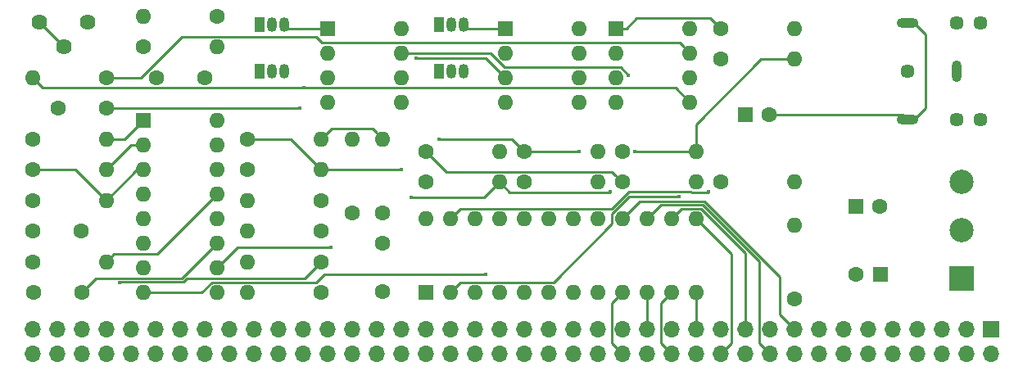
<source format=gbr>
G04 #@! TF.GenerationSoftware,KiCad,Pcbnew,(5.1.0-0)*
G04 #@! TF.CreationDate,2020-05-13T21:38:30-07:00*
G04 #@! TF.ProjectId,SoundCard,536f756e-6443-4617-9264-2e6b69636164,rev?*
G04 #@! TF.SameCoordinates,Original*
G04 #@! TF.FileFunction,Copper,L1,Top*
G04 #@! TF.FilePolarity,Positive*
%FSLAX46Y46*%
G04 Gerber Fmt 4.6, Leading zero omitted, Abs format (unit mm)*
G04 Created by KiCad (PCBNEW (5.1.0-0)) date 2020-05-13 21:38:30*
%MOMM*%
%LPD*%
G04 APERTURE LIST*
%ADD10C,1.450000*%
%ADD11O,2.250000X1.000000*%
%ADD12O,1.000000X2.250000*%
%ADD13O,1.700000X1.700000*%
%ADD14R,1.700000X1.700000*%
%ADD15O,1.600000X1.600000*%
%ADD16R,1.600000X1.600000*%
%ADD17C,1.620000*%
%ADD18C,1.600000*%
%ADD19R,1.050000X1.500000*%
%ADD20O,1.050000X1.500000*%
%ADD21C,2.500000*%
%ADD22R,2.500000X2.500000*%
%ADD23C,0.450000*%
%ADD24C,0.254000*%
G04 APERTURE END LIST*
D10*
X162750000Y-101680000D03*
X162750000Y-111680000D03*
X160250000Y-101680000D03*
X160250000Y-111680000D03*
X155250000Y-106680000D03*
D11*
X155250000Y-111680000D03*
X155250000Y-101680000D03*
D12*
X160250000Y-106680000D03*
D13*
X64770000Y-135890000D03*
X64770000Y-133350000D03*
X67310000Y-135890000D03*
X67310000Y-133350000D03*
X69850000Y-135890000D03*
X69850000Y-133350000D03*
X72390000Y-135890000D03*
X72390000Y-133350000D03*
X74930000Y-135890000D03*
X74930000Y-133350000D03*
X77470000Y-135890000D03*
X77470000Y-133350000D03*
X80010000Y-135890000D03*
X80010000Y-133350000D03*
X82550000Y-135890000D03*
X82550000Y-133350000D03*
X85090000Y-135890000D03*
X85090000Y-133350000D03*
X87630000Y-135890000D03*
X87630000Y-133350000D03*
X90170000Y-135890000D03*
X90170000Y-133350000D03*
X92710000Y-135890000D03*
X92710000Y-133350000D03*
X95250000Y-135890000D03*
X95250000Y-133350000D03*
X97790000Y-135890000D03*
X97790000Y-133350000D03*
X100330000Y-135890000D03*
X100330000Y-133350000D03*
X102870000Y-135890000D03*
X102870000Y-133350000D03*
X105410000Y-135890000D03*
X105410000Y-133350000D03*
X107950000Y-135890000D03*
X107950000Y-133350000D03*
X110490000Y-135890000D03*
X110490000Y-133350000D03*
X113030000Y-135890000D03*
X113030000Y-133350000D03*
X115570000Y-135890000D03*
X115570000Y-133350000D03*
X118110000Y-135890000D03*
X118110000Y-133350000D03*
X120650000Y-135890000D03*
X120650000Y-133350000D03*
X123190000Y-135890000D03*
X123190000Y-133350000D03*
X125730000Y-135890000D03*
X125730000Y-133350000D03*
X128270000Y-135890000D03*
X128270000Y-133350000D03*
X130810000Y-135890000D03*
X130810000Y-133350000D03*
X133350000Y-135890000D03*
X133350000Y-133350000D03*
X135890000Y-135890000D03*
X135890000Y-133350000D03*
X138430000Y-135890000D03*
X138430000Y-133350000D03*
X140970000Y-135890000D03*
X140970000Y-133350000D03*
X143510000Y-135890000D03*
X143510000Y-133350000D03*
X146050000Y-135890000D03*
X146050000Y-133350000D03*
X148590000Y-135890000D03*
X148590000Y-133350000D03*
X151130000Y-135890000D03*
X151130000Y-133350000D03*
X153670000Y-135890000D03*
X153670000Y-133350000D03*
X156210000Y-135890000D03*
X156210000Y-133350000D03*
X158750000Y-135890000D03*
X158750000Y-133350000D03*
X161290000Y-135890000D03*
X161290000Y-133350000D03*
X163830000Y-135890000D03*
D14*
X163830000Y-133350000D03*
D15*
X121285000Y-102235000D03*
X113665000Y-109855000D03*
X121285000Y-104775000D03*
X113665000Y-107315000D03*
X121285000Y-107315000D03*
X113665000Y-104775000D03*
X121285000Y-109855000D03*
D16*
X113665000Y-102235000D03*
D15*
X102870000Y-102235000D03*
X95250000Y-109855000D03*
X102870000Y-104775000D03*
X95250000Y-107315000D03*
X102870000Y-107315000D03*
X95250000Y-104775000D03*
X102870000Y-109855000D03*
D16*
X95250000Y-102235000D03*
X76200000Y-111760000D03*
D15*
X83820000Y-129540000D03*
X76200000Y-114300000D03*
X83820000Y-127000000D03*
X76200000Y-116840000D03*
X83820000Y-124460000D03*
X76200000Y-119380000D03*
X83820000Y-121920000D03*
X76200000Y-121920000D03*
X83820000Y-119380000D03*
X76200000Y-124460000D03*
X83820000Y-116840000D03*
X76200000Y-127000000D03*
X83820000Y-114300000D03*
X76200000Y-129540000D03*
X83820000Y-111760000D03*
X105410000Y-121920000D03*
X133350000Y-129540000D03*
X107950000Y-121920000D03*
X130810000Y-129540000D03*
X110490000Y-121920000D03*
X128270000Y-129540000D03*
X113030000Y-121920000D03*
X125730000Y-129540000D03*
X115570000Y-121920000D03*
X123190000Y-129540000D03*
X118110000Y-121920000D03*
X120650000Y-129540000D03*
X120650000Y-121920000D03*
X118110000Y-129540000D03*
X123190000Y-121920000D03*
X115570000Y-129540000D03*
X125730000Y-121920000D03*
X113030000Y-129540000D03*
X128270000Y-121920000D03*
X110490000Y-129540000D03*
X130810000Y-121920000D03*
X107950000Y-129540000D03*
X133350000Y-121920000D03*
D16*
X105410000Y-129540000D03*
D15*
X132715000Y-102235000D03*
X125095000Y-109855000D03*
X132715000Y-104775000D03*
X125095000Y-107315000D03*
X132715000Y-107315000D03*
X125095000Y-104775000D03*
X132715000Y-109855000D03*
D16*
X125095000Y-102235000D03*
D17*
X70485000Y-101600000D03*
X67985000Y-104100000D03*
X65485000Y-101600000D03*
D15*
X123190000Y-118110000D03*
D18*
X115570000Y-118110000D03*
D15*
X113030000Y-114935000D03*
D18*
X105410000Y-114935000D03*
D15*
X113030000Y-118110000D03*
D18*
X105410000Y-118110000D03*
D15*
X123190000Y-114935000D03*
D18*
X115570000Y-114935000D03*
D15*
X94615000Y-116840000D03*
D18*
X86995000Y-116840000D03*
D15*
X97790000Y-113665000D03*
D18*
X97790000Y-121285000D03*
D15*
X100965000Y-113665000D03*
D18*
X100965000Y-121285000D03*
D15*
X94615000Y-113665000D03*
D18*
X86995000Y-113665000D03*
D15*
X72390000Y-120015000D03*
D18*
X64770000Y-120015000D03*
D15*
X83820000Y-104140000D03*
D18*
X76200000Y-104140000D03*
D15*
X72390000Y-116840000D03*
D18*
X64770000Y-116840000D03*
D15*
X72390000Y-113665000D03*
D18*
X64770000Y-113665000D03*
D15*
X72390000Y-126365000D03*
D18*
X64770000Y-126365000D03*
D15*
X76200000Y-100965000D03*
D18*
X83820000Y-100965000D03*
D15*
X86995000Y-123190000D03*
D18*
X94615000Y-123190000D03*
D15*
X86995000Y-129540000D03*
D18*
X94615000Y-129540000D03*
D15*
X86995000Y-126365000D03*
D18*
X94615000Y-126365000D03*
D15*
X64770000Y-107315000D03*
D18*
X72390000Y-107315000D03*
D15*
X86995000Y-120015000D03*
D18*
X94615000Y-120015000D03*
D15*
X143510000Y-118110000D03*
D18*
X135890000Y-118110000D03*
D15*
X143510000Y-122555000D03*
D18*
X143510000Y-130175000D03*
D15*
X143510000Y-102235000D03*
D18*
X135890000Y-102235000D03*
D15*
X143510000Y-105410000D03*
D18*
X135890000Y-105410000D03*
D15*
X133350000Y-118110000D03*
D18*
X125730000Y-118110000D03*
D15*
X133350000Y-114935000D03*
D18*
X125730000Y-114935000D03*
D19*
X106807000Y-106680000D03*
D20*
X109347000Y-106680000D03*
X108077000Y-106680000D03*
D19*
X106807000Y-101854000D03*
D20*
X109347000Y-101854000D03*
X108077000Y-101854000D03*
D19*
X88265000Y-106680000D03*
D20*
X90805000Y-106680000D03*
X89535000Y-106680000D03*
D19*
X88265000Y-101854000D03*
D20*
X90805000Y-101854000D03*
X89535000Y-101854000D03*
D18*
X69770000Y-123190000D03*
X64770000Y-123190000D03*
X82550000Y-107315000D03*
X77550000Y-107315000D03*
X64850000Y-129540000D03*
X69850000Y-129540000D03*
X67390000Y-110490000D03*
X72390000Y-110490000D03*
X100965000Y-129460000D03*
X100965000Y-124460000D03*
D16*
X138430000Y-111125000D03*
D18*
X140930000Y-111125000D03*
D21*
X160782000Y-118110000D03*
X160782000Y-123110000D03*
D22*
X160782000Y-128110000D03*
D16*
X149860000Y-120650000D03*
D18*
X152360000Y-120650000D03*
D16*
X152400000Y-127635000D03*
D18*
X149900000Y-127635000D03*
D23*
X127000000Y-114935000D03*
X95631000Y-124841000D03*
X102870000Y-116840000D03*
X103907205Y-119739795D03*
X111633000Y-127635000D03*
X124460000Y-119126000D03*
X106807000Y-113665000D03*
X121285000Y-114935000D03*
X126365000Y-107061000D03*
X134620000Y-119126000D03*
X92837000Y-108331000D03*
X131562979Y-119624979D03*
X104394000Y-105283000D03*
X92358000Y-110490000D03*
X73787000Y-128533001D03*
D24*
X133350000Y-114935000D02*
X127000000Y-114935000D01*
X143510000Y-105410000D02*
X140081000Y-105410000D01*
X133350000Y-112141000D02*
X133350000Y-114935000D01*
X140081000Y-105410000D02*
X133350000Y-112141000D01*
X100165001Y-112865001D02*
X100965000Y-113665000D01*
X99910999Y-112610999D02*
X100165001Y-112865001D01*
X95669001Y-112610999D02*
X99910999Y-112610999D01*
X94615000Y-113665000D02*
X95669001Y-112610999D01*
X85979000Y-124841000D02*
X83820000Y-127000000D01*
X95631000Y-124841000D02*
X85979000Y-124841000D01*
X91186000Y-102235000D02*
X90805000Y-101854000D01*
X95250000Y-102235000D02*
X91186000Y-102235000D01*
X91440000Y-113665000D02*
X94615000Y-116840000D01*
X86995000Y-113665000D02*
X91440000Y-113665000D01*
X94615000Y-116840000D02*
X102870000Y-116840000D01*
X82260078Y-129540000D02*
X83314079Y-128485999D01*
X83314079Y-128485999D02*
X94109079Y-128485999D01*
X76200000Y-129540000D02*
X82260078Y-129540000D01*
X94109079Y-128485999D02*
X94960078Y-127635000D01*
X111400205Y-119739795D02*
X113030000Y-118110000D01*
X103907205Y-119739795D02*
X111400205Y-119739795D01*
X94960078Y-127635000D02*
X111633000Y-127635000D01*
X124421999Y-119164001D02*
X124460000Y-119126000D01*
X114084001Y-119164001D02*
X124421999Y-119164001D01*
X113030000Y-118110000D02*
X114084001Y-119164001D01*
X109728000Y-102235000D02*
X109347000Y-101854000D01*
X113665000Y-102235000D02*
X109728000Y-102235000D01*
X114300000Y-113665000D02*
X115570000Y-114935000D01*
X106807000Y-113665000D02*
X114300000Y-113665000D01*
X115570000Y-114935000D02*
X121285000Y-114935000D01*
X125564999Y-106260999D02*
X126365000Y-107061000D01*
X113591077Y-106260999D02*
X125564999Y-106260999D01*
X112105078Y-104775000D02*
X113591077Y-106260999D01*
X102870000Y-104775000D02*
X112105078Y-104775000D01*
X124930001Y-117310001D02*
X125730000Y-118110000D01*
X107530999Y-117055999D02*
X124675999Y-117055999D01*
X124675999Y-117055999D02*
X124930001Y-117310001D01*
X105410000Y-114935000D02*
X107530999Y-117055999D01*
X132844079Y-119164001D02*
X134581999Y-119164001D01*
X132826056Y-119145978D02*
X132844079Y-119164001D01*
X126405271Y-119145978D02*
X132826056Y-119145978D01*
X134581999Y-119164001D02*
X134620000Y-119126000D01*
X124685250Y-120865999D02*
X126405271Y-119145978D01*
X109004001Y-120865999D02*
X124685250Y-120865999D01*
X107950000Y-121920000D02*
X109004001Y-120865999D01*
X92798999Y-108369001D02*
X92837000Y-108331000D01*
X65824001Y-108369001D02*
X92798999Y-108369001D01*
X64770000Y-107315000D02*
X65824001Y-108369001D01*
X131229001Y-108369001D02*
X132715000Y-109855000D01*
X94744079Y-108369001D02*
X131229001Y-108369001D01*
X94706078Y-108331000D02*
X94744079Y-108369001D01*
X92837000Y-108331000D02*
X94706078Y-108331000D01*
X74295000Y-113665000D02*
X76200000Y-111760000D01*
X72390000Y-113665000D02*
X74295000Y-113665000D01*
X74930000Y-114300000D02*
X76200000Y-114300000D01*
X72390000Y-116840000D02*
X74930000Y-114300000D01*
X109004001Y-128485999D02*
X118615921Y-128485999D01*
X124675999Y-122425921D02*
X124675999Y-121414079D01*
X124675999Y-121414079D02*
X126465099Y-119624979D01*
X118615921Y-128485999D02*
X124675999Y-122425921D01*
X107950000Y-129540000D02*
X109004001Y-128485999D01*
X126465099Y-119624979D02*
X131562979Y-119624979D01*
X111633000Y-105283000D02*
X113665000Y-107315000D01*
X104394000Y-105283000D02*
X111633000Y-105283000D01*
X154695000Y-111125000D02*
X155250000Y-111680000D01*
X140930000Y-111125000D02*
X154695000Y-111125000D01*
X155875000Y-101680000D02*
X155250000Y-101680000D01*
X157065000Y-110490000D02*
X157065000Y-102870000D01*
X155875000Y-111680000D02*
X157065000Y-110490000D01*
X157065000Y-102870000D02*
X155875000Y-101680000D01*
X155250000Y-111680000D02*
X155875000Y-111680000D01*
X126149000Y-102235000D02*
X125095000Y-102235000D01*
X134835999Y-101180999D02*
X127203001Y-101180999D01*
X127203001Y-101180999D02*
X126149000Y-102235000D01*
X135890000Y-102235000D02*
X134835999Y-101180999D01*
X72390000Y-110490000D02*
X92358000Y-110490000D01*
X71335999Y-128054001D02*
X80225999Y-128054001D01*
X80225999Y-128054001D02*
X83820000Y-124460000D01*
X69850000Y-129540000D02*
X71335999Y-128054001D01*
X131915001Y-103975001D02*
X132715000Y-104775000D01*
X131660999Y-103720999D02*
X131915001Y-103975001D01*
X94678797Y-103720999D02*
X131660999Y-103720999D01*
X80219079Y-103085999D02*
X94043797Y-103085999D01*
X94043797Y-103085999D02*
X94678797Y-103720999D01*
X75990078Y-107315000D02*
X80219079Y-103085999D01*
X72390000Y-107315000D02*
X75990078Y-107315000D01*
X94615000Y-126365000D02*
X92875011Y-128104989D01*
X92875011Y-128104989D02*
X83820000Y-128104989D01*
X80383817Y-128435011D02*
X76073000Y-128435011D01*
X80713839Y-128104989D02*
X80383817Y-128435011D01*
X83820000Y-128104989D02*
X80713839Y-128104989D01*
X73884990Y-128435011D02*
X73787000Y-128533001D01*
X76073000Y-128435011D02*
X73884990Y-128435011D01*
X83020001Y-120179999D02*
X83820000Y-119380000D01*
X77634999Y-125565001D02*
X83020001Y-120179999D01*
X73189999Y-125565001D02*
X77634999Y-125565001D01*
X72390000Y-126365000D02*
X73189999Y-125565001D01*
X66294999Y-102409999D02*
X67985000Y-104100000D01*
X65485000Y-101600000D02*
X66294999Y-102409999D01*
X75565000Y-116840000D02*
X76200000Y-116840000D01*
X72390000Y-120015000D02*
X75565000Y-116840000D01*
X69215000Y-116840000D02*
X72390000Y-120015000D01*
X64770000Y-116840000D02*
X69215000Y-116840000D01*
X124625999Y-134785999D02*
X124880001Y-135040001D01*
X124880001Y-135040001D02*
X125730000Y-135890000D01*
X124625999Y-130644001D02*
X124625999Y-134785999D01*
X125730000Y-129540000D02*
X124625999Y-130644001D01*
X128270000Y-129540000D02*
X128270000Y-133350000D01*
X129705999Y-134785999D02*
X129960001Y-135040001D01*
X129960001Y-135040001D02*
X130810000Y-135890000D01*
X129705999Y-130644001D02*
X129705999Y-134785999D01*
X130810000Y-129540000D02*
X129705999Y-130644001D01*
X133350000Y-130671370D02*
X133350000Y-133350000D01*
X133350000Y-129540000D02*
X133350000Y-130671370D01*
X136739999Y-135040001D02*
X135890000Y-135890000D01*
X136994001Y-134785999D02*
X136739999Y-135040001D01*
X136994001Y-125564001D02*
X136994001Y-134785999D01*
X133350000Y-121920000D02*
X136994001Y-125564001D01*
X138430000Y-125440078D02*
X138430000Y-132147919D01*
X133855921Y-120865999D02*
X138430000Y-125440078D01*
X131864001Y-120865999D02*
X133855921Y-120865999D01*
X138430000Y-132147919D02*
X138430000Y-133350000D01*
X130810000Y-121920000D02*
X131864001Y-120865999D01*
X139865999Y-134785999D02*
X140970000Y-135890000D01*
X134013740Y-120484989D02*
X139865999Y-126337248D01*
X139865999Y-126337248D02*
X139865999Y-134785999D01*
X129705011Y-120484989D02*
X134013740Y-120484989D01*
X128270000Y-121920000D02*
X129705011Y-120484989D01*
X134171559Y-120103979D02*
X141986000Y-127918420D01*
X127546021Y-120103979D02*
X134171559Y-120103979D01*
X125730000Y-121920000D02*
X127546021Y-120103979D01*
X141986000Y-131826000D02*
X143510000Y-133350000D01*
X141986000Y-127918420D02*
X141986000Y-131826000D01*
M02*

</source>
